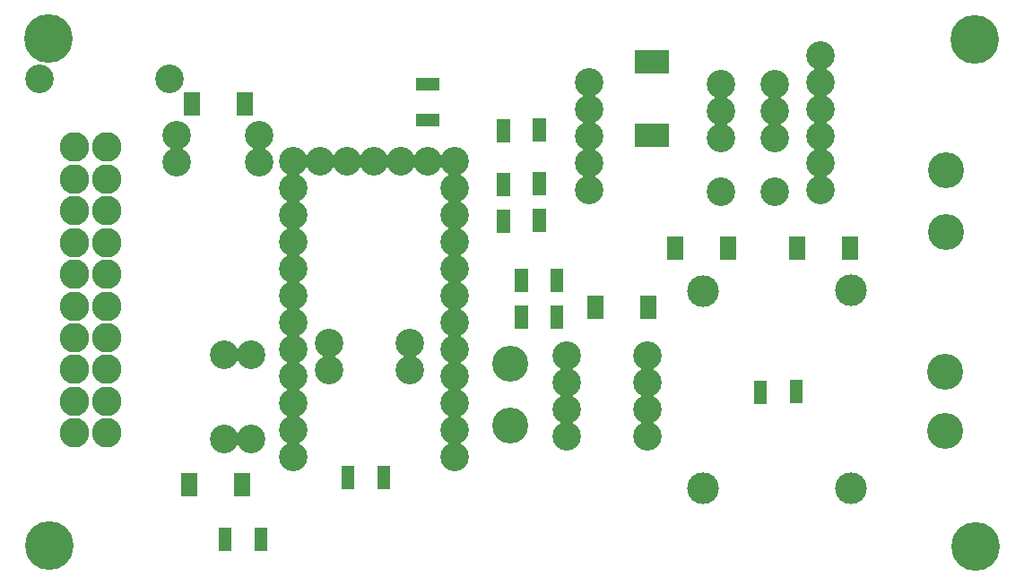
<source format=gbr>
%FSLAX34Y34*%
%MOMM*%
%LNSOLDERMASK_BOTTOM*%
G71*
G01*
%ADD10C,2.700*%
%ADD11C,3.400*%
%ADD12C,4.600*%
%ADD13C,2.800*%
%ADD14C,3.000*%
%ADD15R,1.200X2.200*%
%ADD16R,2.200X1.200*%
%ADD17R,1.600X2.200*%
%ADD18R,3.220X2.180*%
%LPD*%
X163384Y-134524D02*
G54D10*
D03*
X163384Y-159924D02*
G54D10*
D03*
X241171Y-134524D02*
G54D10*
D03*
X241171Y-159924D02*
G54D10*
D03*
X426292Y-437813D02*
G54D10*
D03*
X426292Y-412413D02*
G54D10*
D03*
X426292Y-387013D02*
G54D10*
D03*
X426292Y-361613D02*
G54D10*
D03*
X426292Y-234613D02*
G54D10*
D03*
X426292Y-209213D02*
G54D10*
D03*
X426292Y-183813D02*
G54D10*
D03*
X426292Y-158413D02*
G54D10*
D03*
X273892Y-437813D02*
G54D10*
D03*
X273892Y-412413D02*
G54D10*
D03*
X273892Y-387013D02*
G54D10*
D03*
X273892Y-361613D02*
G54D10*
D03*
X273892Y-234613D02*
G54D10*
D03*
X273892Y-209213D02*
G54D10*
D03*
X273892Y-183813D02*
G54D10*
D03*
X273892Y-158413D02*
G54D10*
D03*
X426292Y-336213D02*
G54D10*
D03*
X273892Y-336213D02*
G54D10*
D03*
X426292Y-310813D02*
G54D10*
D03*
X273892Y-310813D02*
G54D10*
D03*
X426292Y-285413D02*
G54D10*
D03*
X273892Y-285413D02*
G54D10*
D03*
X426292Y-260013D02*
G54D10*
D03*
X273892Y-260013D02*
G54D10*
D03*
X531721Y-342424D02*
G54D10*
D03*
X607921Y-342424D02*
G54D10*
D03*
X531721Y-367824D02*
G54D10*
D03*
X531721Y-393224D02*
G54D10*
D03*
X531721Y-418624D02*
G54D10*
D03*
X607921Y-367824D02*
G54D10*
D03*
X607921Y-393224D02*
G54D10*
D03*
X607921Y-418624D02*
G54D10*
D03*
X208743Y-421386D02*
G54D10*
D03*
X234143Y-421386D02*
G54D10*
D03*
X208743Y-342012D02*
G54D10*
D03*
X234143Y-342011D02*
G54D10*
D03*
X383897Y-356018D02*
G54D10*
D03*
X383897Y-330618D02*
G54D10*
D03*
X307697Y-356018D02*
G54D10*
D03*
X307697Y-330618D02*
G54D10*
D03*
X677116Y-86184D02*
G54D10*
D03*
X727916Y-86184D02*
G54D10*
D03*
X677116Y-111584D02*
G54D10*
D03*
X677116Y-136984D02*
G54D10*
D03*
X727916Y-111584D02*
G54D10*
D03*
X727916Y-136984D02*
G54D10*
D03*
X677116Y-187784D02*
G54D10*
D03*
X727916Y-187784D02*
G54D10*
D03*
X889034Y-357853D02*
G54D11*
D03*
X889034Y-413653D02*
G54D11*
D03*
X299292Y-158413D02*
G54D10*
D03*
X324692Y-158413D02*
G54D10*
D03*
X350092Y-158413D02*
G54D10*
D03*
X375492Y-158413D02*
G54D10*
D03*
X400892Y-158413D02*
G54D10*
D03*
X889875Y-167523D02*
G54D11*
D03*
X889895Y-225358D02*
G54D11*
D03*
X552621Y-84524D02*
G54D10*
D03*
X552621Y-109924D02*
G54D10*
D03*
X552621Y-135324D02*
G54D10*
D03*
X552621Y-160724D02*
G54D10*
D03*
X552621Y-186124D02*
G54D10*
D03*
X771709Y-59090D02*
G54D10*
D03*
X771709Y-84490D02*
G54D10*
D03*
X771709Y-109890D02*
G54D10*
D03*
X771709Y-135290D02*
G54D10*
D03*
X771709Y-160690D02*
G54D10*
D03*
X771709Y-186090D02*
G54D10*
D03*
X917675Y-523068D02*
G54D12*
D03*
X67391Y-145595D02*
G54D13*
D03*
X67391Y-175595D02*
G54D13*
D03*
X67391Y-205595D02*
G54D13*
D03*
X67391Y-235595D02*
G54D13*
D03*
X67391Y-265595D02*
G54D13*
D03*
X67391Y-295595D02*
G54D13*
D03*
X67391Y-325595D02*
G54D13*
D03*
X67391Y-355595D02*
G54D13*
D03*
X67391Y-385595D02*
G54D13*
D03*
X67391Y-415595D02*
G54D13*
D03*
X97391Y-145595D02*
G54D13*
D03*
X97391Y-175595D02*
G54D13*
D03*
X97391Y-205595D02*
G54D13*
D03*
X97391Y-235595D02*
G54D13*
D03*
X97391Y-265595D02*
G54D13*
D03*
X97391Y-295595D02*
G54D13*
D03*
X97391Y-325595D02*
G54D13*
D03*
X97391Y-355595D02*
G54D13*
D03*
X97391Y-385595D02*
G54D13*
D03*
X97391Y-415595D02*
G54D13*
D03*
X34051Y-81261D02*
G54D10*
D03*
X156595Y-81182D02*
G54D10*
D03*
X917299Y-43346D02*
G54D12*
D03*
X660856Y-281119D02*
G54D14*
D03*
X800414Y-467476D02*
G54D14*
D03*
X660579Y-467468D02*
G54D14*
D03*
X800592Y-281053D02*
G54D14*
D03*
X43183Y-522176D02*
G54D12*
D03*
X242920Y-515679D02*
G54D15*
D03*
X209120Y-516179D02*
G54D15*
D03*
X42807Y-42455D02*
G54D12*
D03*
X748544Y-376730D02*
G54D15*
D03*
X714744Y-377230D02*
G54D15*
D03*
G36*
X319430Y-446908D02*
X331430Y-446908D01*
X331430Y-468908D01*
X319430Y-468908D01*
X319430Y-446908D01*
G37*
G36*
X353230Y-446408D02*
X365230Y-446408D01*
X365230Y-468408D01*
X353230Y-468408D01*
X353230Y-446408D01*
G37*
G36*
X466177Y-118590D02*
X478177Y-118590D01*
X478178Y-140590D01*
X466178Y-140590D01*
X466177Y-118590D01*
G37*
G36*
X499977Y-118090D02*
X511977Y-118090D01*
X511978Y-140090D01*
X499978Y-140090D01*
X499977Y-118090D01*
G37*
G36*
X466177Y-169390D02*
X478177Y-169390D01*
X478178Y-191390D01*
X466178Y-191390D01*
X466177Y-169390D01*
G37*
G36*
X499977Y-168890D02*
X511977Y-168890D01*
X511978Y-190890D01*
X499978Y-190890D01*
X499977Y-168890D01*
G37*
G36*
X466177Y-204315D02*
X478177Y-204315D01*
X478178Y-226315D01*
X466178Y-226315D01*
X466177Y-204315D01*
G37*
G36*
X499977Y-203815D02*
X511977Y-203815D01*
X511978Y-225815D01*
X499978Y-225815D01*
X499977Y-203815D01*
G37*
X400908Y-119495D02*
G54D16*
D03*
X400408Y-85695D02*
G54D16*
D03*
G36*
X483072Y-295483D02*
X495072Y-295483D01*
X495072Y-317483D01*
X483072Y-317483D01*
X483072Y-295483D01*
G37*
G36*
X516872Y-294983D02*
X528872Y-294983D01*
X528872Y-316983D01*
X516872Y-316983D01*
X516872Y-294983D01*
G37*
G36*
X483072Y-260558D02*
X495072Y-260558D01*
X495072Y-282558D01*
X483072Y-282558D01*
X483072Y-260558D01*
G37*
G36*
X516872Y-260058D02*
X528872Y-260058D01*
X528872Y-282058D01*
X516872Y-282058D01*
X516872Y-260058D01*
G37*
X634457Y-240564D02*
G54D17*
D03*
X684457Y-240564D02*
G54D17*
D03*
X749144Y-240627D02*
G54D17*
D03*
X799144Y-240627D02*
G54D17*
D03*
X612265Y-134606D02*
G54D18*
D03*
X612265Y-64506D02*
G54D18*
D03*
X559072Y-296958D02*
G54D17*
D03*
X609072Y-296958D02*
G54D17*
D03*
X227816Y-104876D02*
G54D17*
D03*
X177816Y-104876D02*
G54D17*
D03*
X478926Y-350282D02*
G54D11*
D03*
X478946Y-408116D02*
G54D11*
D03*
X175755Y-464332D02*
G54D17*
D03*
X225755Y-464332D02*
G54D17*
D03*
M02*

</source>
